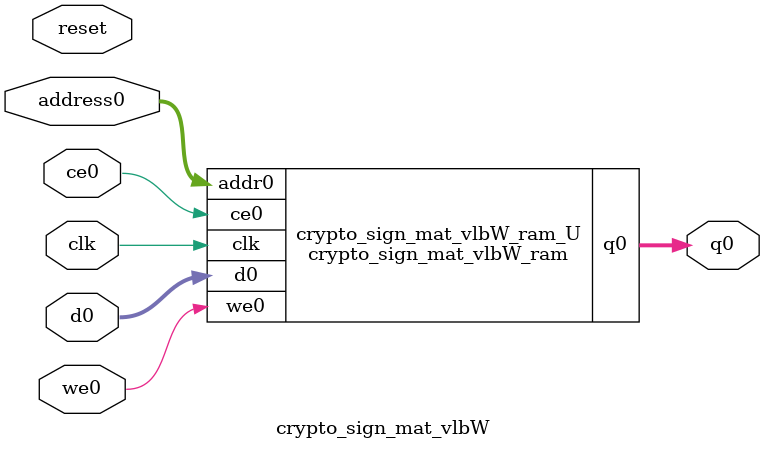
<source format=v>
`timescale 1 ns / 1 ps
module crypto_sign_mat_vlbW_ram (addr0, ce0, d0, we0, q0,  clk);

parameter DWIDTH = 23;
parameter AWIDTH = 12;
parameter MEM_SIZE = 4096;

input[AWIDTH-1:0] addr0;
input ce0;
input[DWIDTH-1:0] d0;
input we0;
output reg[DWIDTH-1:0] q0;
input clk;

(* ram_style = "block" *)reg [DWIDTH-1:0] ram[0:MEM_SIZE-1];




always @(posedge clk)  
begin 
    if (ce0) begin
        if (we0) 
            ram[addr0] <= d0; 
        q0 <= ram[addr0];
    end
end


endmodule

`timescale 1 ns / 1 ps
module crypto_sign_mat_vlbW(
    reset,
    clk,
    address0,
    ce0,
    we0,
    d0,
    q0);

parameter DataWidth = 32'd23;
parameter AddressRange = 32'd4096;
parameter AddressWidth = 32'd12;
input reset;
input clk;
input[AddressWidth - 1:0] address0;
input ce0;
input we0;
input[DataWidth - 1:0] d0;
output[DataWidth - 1:0] q0;



crypto_sign_mat_vlbW_ram crypto_sign_mat_vlbW_ram_U(
    .clk( clk ),
    .addr0( address0 ),
    .ce0( ce0 ),
    .we0( we0 ),
    .d0( d0 ),
    .q0( q0 ));

endmodule


</source>
